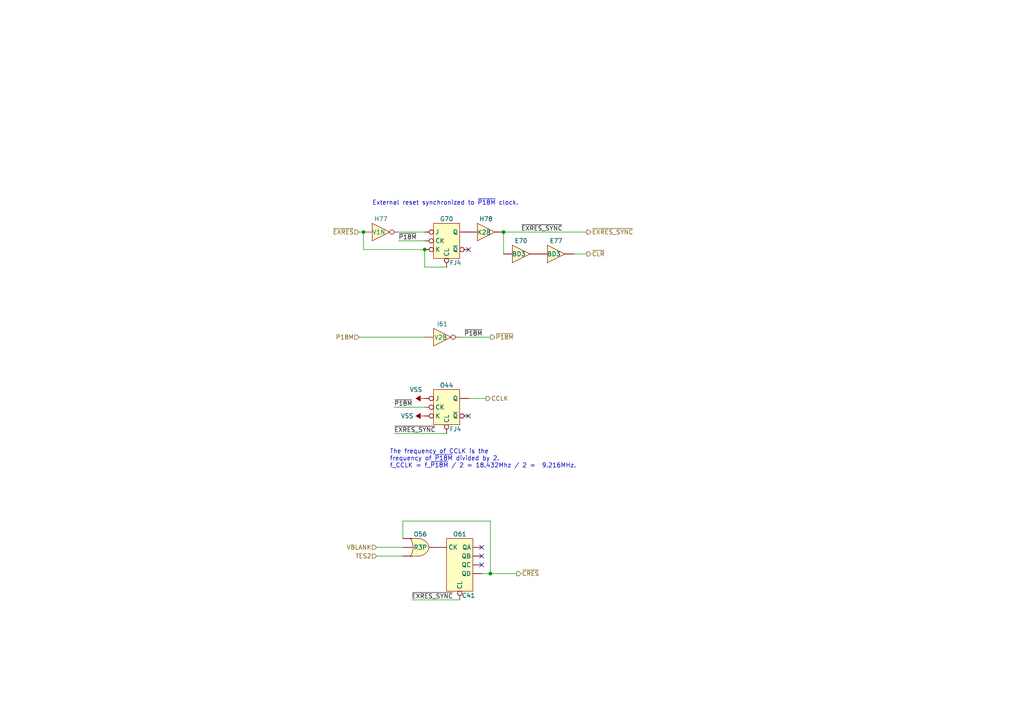
<source format=kicad_sch>
(kicad_sch (version 20230121) (generator eeschema)
  (paper "A4")
  (title_block (title "Konami 007782") (date "2023-08-09") (company "Ulf Skutnabba, twitter: @skutis77"))
  (lib_symbols
    (symbol "ga_fujitsu_av:BD3"
      (property "Reference" "U" (at 0 3.81 0))
      (property "Value" "BD3" (at -0.635 0 0))
      (symbol "BD3_1_1"
        (polyline (pts (xy -2.54 2.54) (xy -2.54 -2.54) (xy 2.54 0) (xy -2.54 2.54)) (fill (type background)))
        (pin input line (at -5.08 0 0) (length 2.54) (name "") (number ""))
        (pin output line (at 5.08 0 180) (length 2.54) (name "") (number ""))
      )
    )
    (symbol "ga_fujitsu_av:C41"
      (property "Reference" "U" (at 0 8.89 0))
      (property "Value" "C41" (at 2.54 -8.89 0))
      (symbol "C41_1_1"
        (rectangle (start -3.81 7.62) (end 3.81 -7.62) (fill (type background)))
        (pin input line (at -6.35 5.08 0) (length 2.54) (name "CK") (number ""))
        (pin input inverted (at 0 -10.16 90) (length 2.54) (name "CL") (number ""))
        (pin output line (at 6.35 5.08 180) (length 2.54) (name "QA") (number ""))
        (pin output line (at 6.35 2.54 180) (length 2.54) (name "QB") (number ""))
        (pin output line (at 6.35 0 180) (length 2.54) (name "QC") (number ""))
        (pin output line (at 6.35 -2.54 180) (length 2.54) (name "QD") (number ""))
      )
    )
    (symbol "ga_fujitsu_av:FJ4"
      (property "Reference" "U" (at 1.27 5.08 0))
      (property "Value" "FJ4" (at 2.54 -7.62 0))
      (symbol "FJ4_1_1"
        (rectangle (start -3.81 3.81) (end 3.81 -6.35) (fill (type background)))
        (pin input inverted (at -6.35 -1.27 0) (length 2.54) (name "CK") (number ""))
        (pin input inverted (at 0 -8.89 90) (length 2.54) (name "CL") (number ""))
        (pin input inverted (at -6.35 1.27 0) (length 2.54) (name "J") (number ""))
        (pin input inverted (at -6.35 -3.81 0) (length 2.54) (name "K") (number ""))
        (pin output line (at 6.35 1.27 180) (length 2.54) (name "Q") (number ""))
        (pin output inverted (at 6.35 -3.81 180) (length 2.54) (name "~{Q}") (number ""))
      )
    )
    (symbol "ga_fujitsu_av:K2B"
      (property "Reference" "U" (at 0 3.81 0))
      (property "Value" "K2B" (at -0.5535 -0.0832 0))
      (symbol "K2B_1_1"
        (polyline (pts (xy -2.54 2.54) (xy -2.54 -2.54) (xy 2.54 0) (xy -2.54 2.54)) (fill (type background)))
        (pin input line (at -5.08 0 0) (length 2.54) (name "") (number ""))
        (pin output line (at 5.08 0 180) (length 2.54) (name "") (number ""))
      )
    )
    (symbol "ga_fujitsu_av:R3P"
      (property "Reference" "U" (at 0 3.81 0))
      (property "Value" "R3P" (at 0 0 0))
      (symbol "R3P_0_1"
        (polyline (pts (xy -2.286 0) (xy -2.159 0)))
      )
      (symbol "R3P_1_1"
        (arc (start -2.9127 -2.5398) (mid -2.0762 0.0001) (end -2.9129 2.54))
        (arc (start -0.635 -2.54) (mid 1.3992 -1.8283) (end 2.54 0) (fill (type background)))
        (polyline (pts (xy -0.635 -2.54) (xy -2.921 -2.54)) (fill (type outline)))
        (polyline (pts (xy -0.635 2.54) (xy -2.921 2.54)) (fill (type background)))
        (polyline (pts (xy -0.635 2.54) (xy -2.921 2.54) (xy -2.54 1.905) (xy -2.286 1.27) (xy -2.159 0.762) (xy -2.1082 0.4572) (xy -2.0828 0.1778) (xy -2.0828 -0.127) (xy -2.1336 -0.6604) (xy -2.2098 -1.016) (xy -2.3114 -1.3716) (xy -2.4384 -1.6764) (xy -2.6162 -2.0574) (xy -2.794 -2.3368) (xy -2.921 -2.54) (xy -0.635 -2.54)) (stroke (width -0.0001)) (fill (type background)))
        (arc (start 2.54 0) (mid 1.3994 1.8287) (end -0.635 2.54) (fill (type background)))
        (pin input line (at -5.08 -2.54 0) (length 2.794) (name "") (number ""))
        (pin input line (at -5.08 0 0) (length 2.794) (name "") (number ""))
        (pin input line (at -5.08 2.54 0) (length 2.794) (name "") (number ""))
        (pin output line (at 5.08 0 180) (length 2.54) (name "") (number ""))
      )
    )
    (symbol "ga_fujitsu_av:V1N"
      (property "Reference" "U" (at 0 2.54 0))
      (property "Value" "V1N" (at 0 -3.81 0))
      (symbol "V1N_1_1"
        (polyline (pts (xy -2.54 2.54) (xy -2.54 -2.54) (xy 2.54 0) (xy -2.54 2.54)) (fill (type background)))
        (pin input line (at -5.08 0 0) (length 2.54) (name "") (number ""))
        (pin output inverted (at 5.08 0 180) (length 2.54) (name "") (number ""))
      )
    )
    (symbol "ga_fujitsu_av:V2B"
      (property "Reference" "U" (at 0 3.81 0))
      (property "Value" "V2B" (at 1.27 6.35 0))
      (symbol "V2B_1_1"
        (polyline (pts (xy -2.54 2.54) (xy -2.54 -2.54) (xy 2.54 0) (xy -2.54 2.54)) (fill (type background)))
        (pin input line (at -5.08 0 0) (length 2.54) (name "") (number ""))
        (pin output inverted (at 5.08 0 180) (length 2.54) (name "") (number ""))
      )
    )
    (symbol "power:VSS" (power) (pin_names (offset 0))
      (property "Value" "VSS" (at 0 3.81 0))
      (symbol "VSS_0_1"
        (polyline (pts (xy 0 0) (xy 0 2.54)))
        (polyline (pts (xy 0.762 1.27) (xy -0.762 1.27) (xy 0 2.54) (xy 0.762 1.27)) (fill (type outline)))
      )
      (symbol "VSS_1_1"
        (pin power_in line (at 0 0 90) (length 0) hide (name "VSS") (number "1"))
      )
    )
  )
  (junction (at 105.41 67.31))
  (junction (at 123.19 72.39))
  (junction (at 142.24 166.37))
  (junction (at 146.05 67.31))
  (no_connect (at 139.7 161.29))
  (no_connect (at 135.89 120.65))
  (no_connect (at 139.7 158.75))
  (no_connect (at 135.89 72.39))
  (no_connect (at 139.7 163.83))
  (wire (pts (xy 114.3 125.73) (xy 129.54 125.73)))
  (wire (pts (xy 104.14 67.31) (xy 105.41 67.31)))
  (wire (pts (xy 146.05 67.31) (xy 170.18 67.31)))
  (wire (pts (xy 123.19 72.39) (xy 123.19 77.47)))
  (wire (pts (xy 139.7 166.37) (xy 142.24 166.37)))
  (wire (pts (xy 116.84 151.13) (xy 116.84 156.21)))
  (wire (pts (xy 114.3 118.11) (xy 123.19 118.11)))
  (wire (pts (xy 105.41 67.31) (xy 105.41 72.39)))
  (wire (pts (xy 104.14 97.79) (xy 123.19 97.79)))
  (wire (pts (xy 115.57 69.85) (xy 123.19 69.85)))
  (wire (pts (xy 123.19 77.47) (xy 129.54 77.47)))
  (wire (pts (xy 105.41 72.39) (xy 123.19 72.39)))
  (wire (pts (xy 119.38 173.99) (xy 133.35 173.99)))
  (wire (pts (xy 166.37 73.66) (xy 170.18 73.66)))
  (wire (pts (xy 142.24 151.13) (xy 116.84 151.13)))
  (wire (pts (xy 109.22 158.75) (xy 116.84 158.75)))
  (wire (pts (xy 115.57 67.31) (xy 123.19 67.31)))
  (wire (pts (xy 135.89 115.57) (xy 140.97 115.57)))
  (wire (pts (xy 142.24 166.37) (xy 149.86 166.37)))
  (wire (pts (xy 142.24 166.37) (xy 142.24 151.13)))
  (wire (pts (xy 133.35 97.79) (xy 142.24 97.79)))
  (wire (pts (xy 146.05 67.31) (xy 146.05 73.66)))
  (wire (pts (xy 109.22 161.29) (xy 116.84 161.29)))
  (text "External reset synchronized to ~{P18M} clock." (at 107.95 59.69 0) (effects (font (size 1.27 1.27)) (justify left bottom)))
  (text "The frequency of CCLK is the\nfrequency of ~{P18M} divided by 2.\nf_CCLK = f_~{P18M} / 2 = 18.432Mhz / 2 =  9.216MHz." (at 113.03 135.89 0) (effects (font (size 1.27 1.27)) (justify left bottom)))
  (label "~{EXRES_SYNC}" (at 114.3 125.73 0))
  (label "~{P18M}" (at 114.3 118.11 0))
  (label "~{P18M}" (at 134.62 97.79 0))
  (label "~{EXRES_SYNC}" (at 151.13 67.31 0))
  (label "~{P18M}" (at 115.57 69.85 0))
  (label "~{EXRES_SYNC}" (at 119.38 173.99 0))
  (hierarchical_label "~{CLR}" (shape output) (at 170.18 73.66 0))
  (hierarchical_label "VBLANK" (shape input) (at 109.22 158.75 180))
  (hierarchical_label "TES2" (shape input) (at 109.22 161.29 180))
  (hierarchical_label "~{EXRES_SYNC}" (shape output) (at 170.18 67.31 0))
  (hierarchical_label "~{P18M}" (shape output) (at 142.24 97.79 0))
  (hierarchical_label "~{CRES}" (shape output) (at 149.86 166.37 0))
  (hierarchical_label "~{EXRES}" (shape input) (at 104.14 67.31 180))
  (hierarchical_label "P18M" (shape input) (at 104.14 97.79 180))
  (hierarchical_label "CCLK" (shape output) (at 140.97 115.57 0))
  (symbol (lib_id "ga_fujitsu_av:BD3") (at 161.29 73.66 0) (unit 1)
    (property "Reference" "E77" (at 161.29 69.85 0))
    (property "Value" "BD3" (at 160.655 73.66 0))
  )
  (symbol (lib_id "ga_fujitsu_av:BD3") (at 151.13 73.66 0) (unit 1)
    (property "Reference" "E70" (at 151.13 69.85 0))
    (property "Value" "BD3" (at 150.495 73.66 0))
  )
  (symbol (lib_id "ga_fujitsu_av:R3P") (at 121.92 158.75 0) (unit 1)
    (property "Reference" "O56" (at 121.92 154.94 0))
    (property "Value" "R3P" (at 121.92 158.75 0))
  )
  (symbol (lib_id "ga_fujitsu_av:V2B") (at 128.27 97.79 0) (unit 1)
    (property "Reference" "I61" (at 128.27 93.98 0))
    (property "Value" "V2B" (at 127.8034 97.8543 0))
  )
  (symbol (lib_id "ga_fujitsu_av:FJ4") (at 129.54 116.84 0) (unit 1)
    (property "Reference" "O44" (at 129.54 111.76 0))
    (property "Value" "FJ4" (at 132.08 124.46 0))
  )
  (symbol (lib_id "power:VSS") (at 123.19 120.65 90) (unit 1)
    (property "Reference" "#PWR06" (effects hide))
    (property "Value" "VSS" (at 118.11 120.65 90))
  )
  (symbol (lib_id "ga_fujitsu_av:FJ4") (at 129.54 68.58 0) (unit 1)
    (property "Reference" "G70" (at 129.54 63.5 0))
    (property "Value" "FJ4" (at 132.08 76.2 0))
  )
  (symbol (lib_id "ga_fujitsu_av:V1N") (at 110.49 67.31 0) (unit 1)
    (property "Reference" "H77" (at 110.49 63.5 0))
    (property "Value" "V1N" (at 109.8609 67.3271 0))
  )
  (symbol (lib_id "ga_fujitsu_av:K2B") (at 140.97 67.31 0) (unit 1)
    (property "Reference" "H78" (at 140.97 63.5 0))
    (property "Value" "K2B" (at 140.4165 67.3932 0))
  )
  (symbol (lib_id "power:VSS") (at 123.19 115.57 90) (unit 1)
    (property "Reference" "#PWR05" (effects hide))
    (property "Value" "VSS" (at 120.65 113.03 90))
  )
  (symbol (lib_id "ga_fujitsu_av:C41") (at 133.35 163.83 0) (unit 1)
    (property "Reference" "O61" (at 133.35 154.94 0))
    (property "Value" "C41" (at 135.89 172.72 0))
  )
)
</source>
